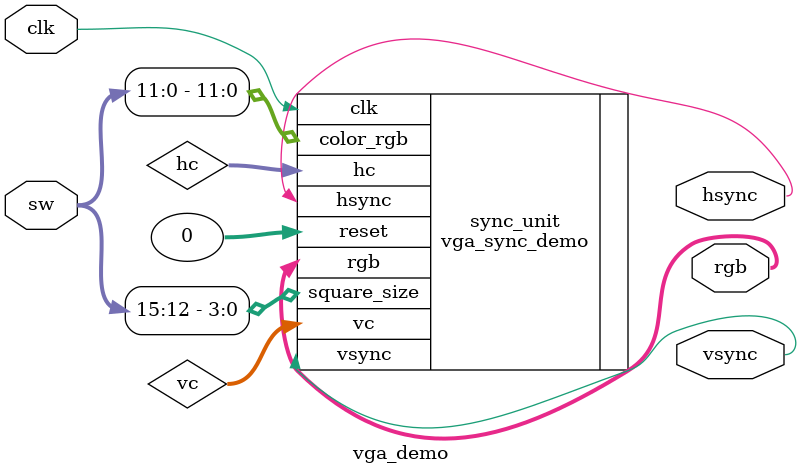
<source format=sv>
module vga_demo 
    #(parameter CD = 12)    // color depth
    (
    input  logic clk,
    input  logic [15:0] sw,
    // to vga monitor
    output logic hsync, vsync,
    output logic[CD-1:0] rgb
    );
    
    // logic [CD-1:0] declaration
    logic [10:0] hc, vc;
    logic [CD-1:0] bar_rgb, back_rgb, gray_rgb, color_rgb, vga_rgb;
    logic [CD-1:0] bypass_bar, bypass_gra;
    
    // body
    // use switches to set background color
//    assign back_rgb = sw[11:0];
//    assign bypass_bar = sw[12];
//    assign bypass_gray = sw[13];
    // instantiate square size 16
//    square16 square16_unit
//    (
//    .x(hc),
//    .y(vc),
//    .color_rgb(sw[11:0]),
//    .square_rgb(rgb)
//    );
    
    // instantiate bar generator
//    bar_demo bar_unit
//      (.x(hc), .y(vc), .bar_rgb(bar_rgb));
//    // instantiate color-to-gray conversion circuit
//    rgb2gray c2g_unit  
//      (.color_rgb(color_rgb), .gray_rgb(gray_rgb));
    // instantiate video synchronization circuit
    vga_sync_demo #(.CD(CD)) sync_unit
      (.clk(clk), .reset(0), .color_rgb(sw[11:0]), .square_size(sw[15:12]),
       .hsync(hsync), .vsync(vsync), .rgb(rgb), .hc(hc), .vc(vc));
    // video source selection mux #1  
//    assign color_rgb = (bypass_bar) ? back_rgb : bar_rgb;
    // video source selection mux #0  
//    assign vga_rgb = (bypass_gray) ? color_rgb : gray_rgb;
endmodule
</source>
